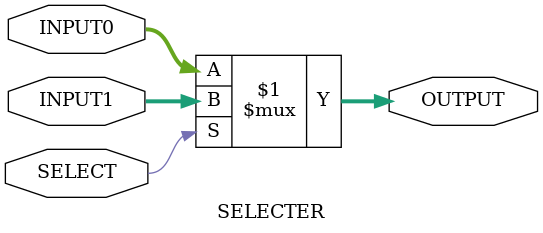
<source format=v>
/* ZN^
 * INPUT0 : 0ÌÉoÍ·éf[^
 * INPUT1 : 1ÌÉoÍ·éf[^
 * SELECT : Ið
 * OUTPUT : oÍ
 */
module SELECTER(INPUT0, INPUT1, SELECT, OUTPUT);
	input  [3:0] INPUT0;
	input  [3:0] INPUT1;
	input        SELECT;
	output [3:0] OUTPUT;

	wire   [3:0] OUTPUT;

	assign OUTPUT = SELECT ? INPUT1 : INPUT0;

endmodule

</source>
